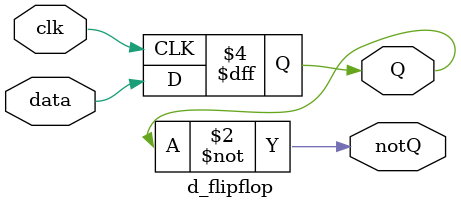
<source format=v>
module d_flipflop(
    input data, clk,
    output reg Q, 
    output notQ
    );
    
    initial begin
        Q <= 0;
    end
    
    always @(posedge clk) begin
        Q <= data;
    end
    
    assign notQ = ~Q;
endmodule

</source>
